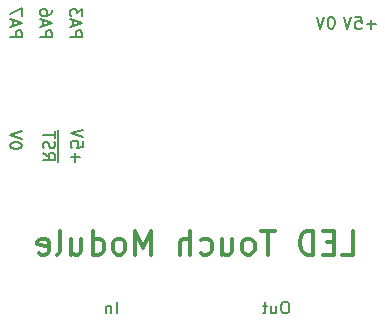
<source format=gbo>
%TF.GenerationSoftware,KiCad,Pcbnew,(6.0.2)*%
%TF.CreationDate,2022-12-08T21:29:48-08:00*%
%TF.ProjectId,touch_sensor_light,746f7563-685f-4736-956e-736f725f6c69,rev?*%
%TF.SameCoordinates,Original*%
%TF.FileFunction,Legend,Bot*%
%TF.FilePolarity,Positive*%
%FSLAX46Y46*%
G04 Gerber Fmt 4.6, Leading zero omitted, Abs format (unit mm)*
G04 Created by KiCad (PCBNEW (6.0.2)) date 2022-12-08 21:29:48*
%MOMM*%
%LPD*%
G01*
G04 APERTURE LIST*
%ADD10C,0.150000*%
%ADD11C,0.300000*%
%ADD12R,1.700000X1.700000*%
%ADD13O,1.700000X1.700000*%
%ADD14C,2.200000*%
%ADD15C,1.450000*%
%ADD16O,1.200000X1.900000*%
G04 APERTURE END LIST*
D10*
X109529619Y-55268666D02*
X110529619Y-55268666D01*
X110529619Y-54887714D01*
X110482000Y-54792476D01*
X110434380Y-54744857D01*
X110339142Y-54697238D01*
X110196285Y-54697238D01*
X110101047Y-54744857D01*
X110053428Y-54792476D01*
X110005809Y-54887714D01*
X110005809Y-55268666D01*
X109815333Y-54316285D02*
X109815333Y-53840095D01*
X109529619Y-54411523D02*
X110529619Y-54078190D01*
X109529619Y-53744857D01*
X110529619Y-52982952D02*
X110529619Y-53173428D01*
X110482000Y-53268666D01*
X110434380Y-53316285D01*
X110291523Y-53411523D01*
X110101047Y-53459142D01*
X109720095Y-53459142D01*
X109624857Y-53411523D01*
X109577238Y-53363904D01*
X109529619Y-53268666D01*
X109529619Y-53078190D01*
X109577238Y-52982952D01*
X109624857Y-52935333D01*
X109720095Y-52887714D01*
X109958190Y-52887714D01*
X110053428Y-52935333D01*
X110101047Y-52982952D01*
X110148666Y-53078190D01*
X110148666Y-53268666D01*
X110101047Y-53363904D01*
X110053428Y-53411523D01*
X109958190Y-53459142D01*
X112069619Y-55268666D02*
X113069619Y-55268666D01*
X113069619Y-54887714D01*
X113022000Y-54792476D01*
X112974380Y-54744857D01*
X112879142Y-54697238D01*
X112736285Y-54697238D01*
X112641047Y-54744857D01*
X112593428Y-54792476D01*
X112545809Y-54887714D01*
X112545809Y-55268666D01*
X112355333Y-54316285D02*
X112355333Y-53840095D01*
X112069619Y-54411523D02*
X113069619Y-54078190D01*
X112069619Y-53744857D01*
X113069619Y-53506761D02*
X113069619Y-52887714D01*
X112688666Y-53221047D01*
X112688666Y-53078190D01*
X112641047Y-52982952D01*
X112593428Y-52935333D01*
X112498190Y-52887714D01*
X112260095Y-52887714D01*
X112164857Y-52935333D01*
X112117238Y-52982952D01*
X112069619Y-53078190D01*
X112069619Y-53363904D01*
X112117238Y-53459142D01*
X112164857Y-53506761D01*
X107989619Y-64484190D02*
X107989619Y-64388952D01*
X107942000Y-64293714D01*
X107894380Y-64246095D01*
X107799142Y-64198476D01*
X107608666Y-64150857D01*
X107370571Y-64150857D01*
X107180095Y-64198476D01*
X107084857Y-64246095D01*
X107037238Y-64293714D01*
X106989619Y-64388952D01*
X106989619Y-64484190D01*
X107037238Y-64579428D01*
X107084857Y-64627047D01*
X107180095Y-64674666D01*
X107370571Y-64722285D01*
X107608666Y-64722285D01*
X107799142Y-64674666D01*
X107894380Y-64627047D01*
X107942000Y-64579428D01*
X107989619Y-64484190D01*
X107989619Y-63865142D02*
X106989619Y-63531809D01*
X107989619Y-63198476D01*
X112518071Y-65801714D02*
X112518071Y-65039809D01*
X112137119Y-65420761D02*
X112899023Y-65420761D01*
X113137119Y-64087428D02*
X113137119Y-64563619D01*
X112660928Y-64611238D01*
X112708547Y-64563619D01*
X112756166Y-64468380D01*
X112756166Y-64230285D01*
X112708547Y-64135047D01*
X112660928Y-64087428D01*
X112565690Y-64039809D01*
X112327595Y-64039809D01*
X112232357Y-64087428D01*
X112184738Y-64135047D01*
X112137119Y-64230285D01*
X112137119Y-64468380D01*
X112184738Y-64563619D01*
X112232357Y-64611238D01*
X113137119Y-63754095D02*
X112137119Y-63420761D01*
X113137119Y-63087428D01*
X130373333Y-77658980D02*
X130182857Y-77658980D01*
X130087619Y-77706600D01*
X129992380Y-77801838D01*
X129944761Y-77992314D01*
X129944761Y-78325647D01*
X129992380Y-78516123D01*
X130087619Y-78611361D01*
X130182857Y-78658980D01*
X130373333Y-78658980D01*
X130468571Y-78611361D01*
X130563809Y-78516123D01*
X130611428Y-78325647D01*
X130611428Y-77992314D01*
X130563809Y-77801838D01*
X130468571Y-77706600D01*
X130373333Y-77658980D01*
X129087619Y-77992314D02*
X129087619Y-78658980D01*
X129516190Y-77992314D02*
X129516190Y-78516123D01*
X129468571Y-78611361D01*
X129373333Y-78658980D01*
X129230476Y-78658980D01*
X129135238Y-78611361D01*
X129087619Y-78563742D01*
X128754285Y-77992314D02*
X128373333Y-77992314D01*
X128611428Y-77658980D02*
X128611428Y-78516123D01*
X128563809Y-78611361D01*
X128468571Y-78658980D01*
X128373333Y-78658980D01*
X137937714Y-54173428D02*
X137175809Y-54173428D01*
X137556761Y-54554380D02*
X137556761Y-53792476D01*
X136223428Y-53554380D02*
X136699619Y-53554380D01*
X136747238Y-54030571D01*
X136699619Y-53982952D01*
X136604380Y-53935333D01*
X136366285Y-53935333D01*
X136271047Y-53982952D01*
X136223428Y-54030571D01*
X136175809Y-54125809D01*
X136175809Y-54363904D01*
X136223428Y-54459142D01*
X136271047Y-54506761D01*
X136366285Y-54554380D01*
X136604380Y-54554380D01*
X136699619Y-54506761D01*
X136747238Y-54459142D01*
X135890095Y-53554380D02*
X135556761Y-54554380D01*
X135223428Y-53554380D01*
X111066000Y-65873142D02*
X111066000Y-64873142D01*
X109783619Y-65063619D02*
X110259809Y-65396952D01*
X109783619Y-65635047D02*
X110783619Y-65635047D01*
X110783619Y-65254095D01*
X110736000Y-65158857D01*
X110688380Y-65111238D01*
X110593142Y-65063619D01*
X110450285Y-65063619D01*
X110355047Y-65111238D01*
X110307428Y-65158857D01*
X110259809Y-65254095D01*
X110259809Y-65635047D01*
X111066000Y-64873142D02*
X111066000Y-63920761D01*
X109831238Y-64682666D02*
X109783619Y-64539809D01*
X109783619Y-64301714D01*
X109831238Y-64206476D01*
X109878857Y-64158857D01*
X109974095Y-64111238D01*
X110069333Y-64111238D01*
X110164571Y-64158857D01*
X110212190Y-64206476D01*
X110259809Y-64301714D01*
X110307428Y-64492190D01*
X110355047Y-64587428D01*
X110402666Y-64635047D01*
X110497904Y-64682666D01*
X110593142Y-64682666D01*
X110688380Y-64635047D01*
X110736000Y-64587428D01*
X110783619Y-64492190D01*
X110783619Y-64254095D01*
X110736000Y-64111238D01*
X111066000Y-63920761D02*
X111066000Y-63158857D01*
X110783619Y-63825523D02*
X110783619Y-63254095D01*
X109783619Y-63539809D02*
X110783619Y-63539809D01*
X116022380Y-78658980D02*
X116022380Y-77658980D01*
X115546190Y-77992314D02*
X115546190Y-78658980D01*
X115546190Y-78087552D02*
X115498571Y-78039933D01*
X115403333Y-77992314D01*
X115260476Y-77992314D01*
X115165238Y-78039933D01*
X115117619Y-78135171D01*
X115117619Y-78658980D01*
D11*
X135113752Y-73675761D02*
X136066133Y-73675761D01*
X136066133Y-71675761D01*
X134447085Y-72628142D02*
X133780419Y-72628142D01*
X133494704Y-73675761D02*
X134447085Y-73675761D01*
X134447085Y-71675761D01*
X133494704Y-71675761D01*
X132637561Y-73675761D02*
X132637561Y-71675761D01*
X132161371Y-71675761D01*
X131875657Y-71771000D01*
X131685180Y-71961476D01*
X131589942Y-72151952D01*
X131494704Y-72532904D01*
X131494704Y-72818619D01*
X131589942Y-73199571D01*
X131685180Y-73390047D01*
X131875657Y-73580523D01*
X132161371Y-73675761D01*
X132637561Y-73675761D01*
X129399466Y-71675761D02*
X128256609Y-71675761D01*
X128828038Y-73675761D02*
X128828038Y-71675761D01*
X127304228Y-73675761D02*
X127494704Y-73580523D01*
X127589942Y-73485285D01*
X127685180Y-73294809D01*
X127685180Y-72723380D01*
X127589942Y-72532904D01*
X127494704Y-72437666D01*
X127304228Y-72342428D01*
X127018514Y-72342428D01*
X126828038Y-72437666D01*
X126732800Y-72532904D01*
X126637561Y-72723380D01*
X126637561Y-73294809D01*
X126732800Y-73485285D01*
X126828038Y-73580523D01*
X127018514Y-73675761D01*
X127304228Y-73675761D01*
X124923276Y-72342428D02*
X124923276Y-73675761D01*
X125780419Y-72342428D02*
X125780419Y-73390047D01*
X125685180Y-73580523D01*
X125494704Y-73675761D01*
X125208990Y-73675761D01*
X125018514Y-73580523D01*
X124923276Y-73485285D01*
X123113752Y-73580523D02*
X123304228Y-73675761D01*
X123685180Y-73675761D01*
X123875657Y-73580523D01*
X123970895Y-73485285D01*
X124066133Y-73294809D01*
X124066133Y-72723380D01*
X123970895Y-72532904D01*
X123875657Y-72437666D01*
X123685180Y-72342428D01*
X123304228Y-72342428D01*
X123113752Y-72437666D01*
X122256609Y-73675761D02*
X122256609Y-71675761D01*
X121399466Y-73675761D02*
X121399466Y-72628142D01*
X121494704Y-72437666D01*
X121685180Y-72342428D01*
X121970895Y-72342428D01*
X122161371Y-72437666D01*
X122256609Y-72532904D01*
X118923276Y-73675761D02*
X118923276Y-71675761D01*
X118256609Y-73104333D01*
X117589942Y-71675761D01*
X117589942Y-73675761D01*
X116351847Y-73675761D02*
X116542323Y-73580523D01*
X116637561Y-73485285D01*
X116732800Y-73294809D01*
X116732800Y-72723380D01*
X116637561Y-72532904D01*
X116542323Y-72437666D01*
X116351847Y-72342428D01*
X116066133Y-72342428D01*
X115875657Y-72437666D01*
X115780419Y-72532904D01*
X115685180Y-72723380D01*
X115685180Y-73294809D01*
X115780419Y-73485285D01*
X115875657Y-73580523D01*
X116066133Y-73675761D01*
X116351847Y-73675761D01*
X113970895Y-73675761D02*
X113970895Y-71675761D01*
X113970895Y-73580523D02*
X114161371Y-73675761D01*
X114542323Y-73675761D01*
X114732800Y-73580523D01*
X114828038Y-73485285D01*
X114923276Y-73294809D01*
X114923276Y-72723380D01*
X114828038Y-72532904D01*
X114732800Y-72437666D01*
X114542323Y-72342428D01*
X114161371Y-72342428D01*
X113970895Y-72437666D01*
X112161371Y-72342428D02*
X112161371Y-73675761D01*
X113018514Y-72342428D02*
X113018514Y-73390047D01*
X112923276Y-73580523D01*
X112732800Y-73675761D01*
X112447085Y-73675761D01*
X112256609Y-73580523D01*
X112161371Y-73485285D01*
X110923276Y-73675761D02*
X111113752Y-73580523D01*
X111208990Y-73390047D01*
X111208990Y-71675761D01*
X109399466Y-73580523D02*
X109589942Y-73675761D01*
X109970895Y-73675761D01*
X110161371Y-73580523D01*
X110256609Y-73390047D01*
X110256609Y-72628142D01*
X110161371Y-72437666D01*
X109970895Y-72342428D01*
X109589942Y-72342428D01*
X109399466Y-72437666D01*
X109304228Y-72628142D01*
X109304228Y-72818619D01*
X110256609Y-73009095D01*
D10*
X134223142Y-53554380D02*
X134127904Y-53554380D01*
X134032666Y-53602000D01*
X133985047Y-53649619D01*
X133937428Y-53744857D01*
X133889809Y-53935333D01*
X133889809Y-54173428D01*
X133937428Y-54363904D01*
X133985047Y-54459142D01*
X134032666Y-54506761D01*
X134127904Y-54554380D01*
X134223142Y-54554380D01*
X134318380Y-54506761D01*
X134365999Y-54459142D01*
X134413618Y-54363904D01*
X134461237Y-54173428D01*
X134461237Y-53935333D01*
X134413618Y-53744857D01*
X134365999Y-53649619D01*
X134318380Y-53602000D01*
X134223142Y-53554380D01*
X133604094Y-53554380D02*
X133270761Y-54554380D01*
X132937428Y-53554380D01*
X106989619Y-55268666D02*
X107989619Y-55268666D01*
X107989619Y-54887714D01*
X107942000Y-54792476D01*
X107894380Y-54744857D01*
X107799142Y-54697238D01*
X107656285Y-54697238D01*
X107561047Y-54744857D01*
X107513428Y-54792476D01*
X107465809Y-54887714D01*
X107465809Y-55268666D01*
X107275333Y-54316285D02*
X107275333Y-53840095D01*
X106989619Y-54411523D02*
X107989619Y-54078190D01*
X106989619Y-53744857D01*
X107989619Y-53506761D02*
X107989619Y-52840095D01*
X106989619Y-53268666D01*
%LPC*%
D12*
%TO.C,J6*%
X129540000Y-75692000D03*
%TD*%
%TO.C,J1*%
X136398000Y-56642000D03*
D13*
X133858000Y-56642000D03*
%TD*%
D14*
%TO.C,H1*%
X108686600Y-76911200D03*
%TD*%
%TO.C,H2*%
X108686600Y-50495200D03*
%TD*%
%TO.C,H3*%
X135636000Y-76962000D03*
%TD*%
D15*
%TO.C,J5*%
X121118000Y-51582500D03*
D16*
X122118000Y-48882500D03*
D15*
X116118000Y-51582500D03*
D16*
X115118000Y-48882500D03*
%TD*%
D12*
%TO.C,J4*%
X115570000Y-75692000D03*
%TD*%
%TO.C,J2*%
X112395000Y-61214000D03*
D13*
X109855000Y-61214000D03*
X107315000Y-61214000D03*
%TD*%
D12*
%TO.C,J3*%
X112410000Y-57379000D03*
D13*
X109870000Y-57379000D03*
X107330000Y-57379000D03*
%TD*%
D14*
%TO.C,H4*%
X135636000Y-50546000D03*
%TD*%
G36*
X130752121Y-54630002D02*
G01*
X130798614Y-54683658D01*
X130810000Y-54736000D01*
X130810000Y-58655885D01*
X130814475Y-58671124D01*
X130815865Y-58672329D01*
X130823548Y-58674000D01*
X137034000Y-58674000D01*
X137102121Y-58694002D01*
X137148614Y-58747658D01*
X137160000Y-58800000D01*
X137160000Y-70435200D01*
X137139998Y-70503321D01*
X137086342Y-70549814D01*
X137034000Y-70561200D01*
X115696000Y-70561200D01*
X115627879Y-70541198D01*
X115581386Y-70487542D01*
X115570000Y-70435200D01*
X115570000Y-54736000D01*
X115590002Y-54667879D01*
X115643658Y-54621386D01*
X115696000Y-54610000D01*
X130684000Y-54610000D01*
X130752121Y-54630002D01*
G37*
M02*

</source>
